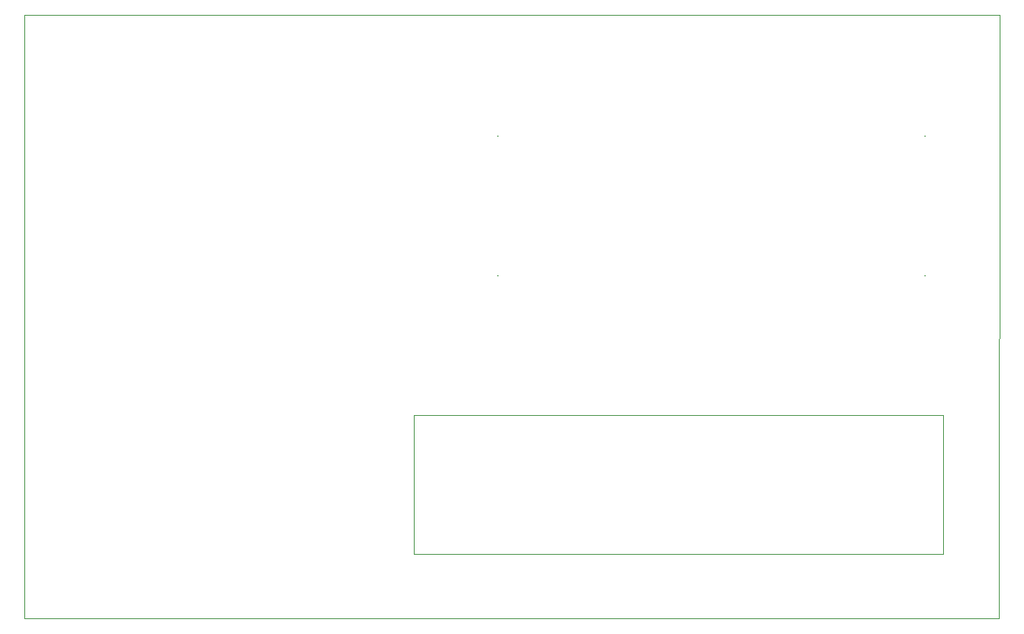
<source format=gbr>
G04 #@! TF.GenerationSoftware,KiCad,Pcbnew,(5.1.4)-1*
G04 #@! TF.CreationDate,2020-11-24T09:45:58-08:00*
G04 #@! TF.ProjectId,ufc_v4_displays_panel,7566635f-7634-45f6-9469-73706c617973,rev?*
G04 #@! TF.SameCoordinates,Original*
G04 #@! TF.FileFunction,Profile,NP*
%FSLAX46Y46*%
G04 Gerber Fmt 4.6, Leading zero omitted, Abs format (unit mm)*
G04 Created by KiCad (PCBNEW (5.1.4)-1) date 2020-11-24 09:45:58*
%MOMM*%
%LPD*%
G04 APERTURE LIST*
%ADD10C,0.050000*%
G04 APERTURE END LIST*
D10*
X90690500Y-62102000D02*
X90563500Y-62102000D01*
X136740500Y-62102000D02*
X136613500Y-62102000D01*
X136740500Y-47042000D02*
X136613500Y-47042000D01*
X90690500Y-47042000D02*
X90563500Y-47042000D01*
X81637500Y-77167000D02*
X81637500Y-92167000D01*
X138637500Y-92167000D02*
X138637500Y-77167000D01*
X138637500Y-77167000D02*
X81637500Y-77167000D01*
X81637500Y-92167000D02*
X138637500Y-92167000D01*
X90690500Y-62102000D02*
X90563500Y-62102000D01*
X136740500Y-62102000D02*
X136613500Y-62102000D01*
X136740500Y-47042000D02*
X136613500Y-47042000D01*
X90690500Y-47042000D02*
X90563500Y-47042000D01*
X39637500Y-48042000D02*
X39637500Y-91167000D01*
X136740500Y-34042000D02*
X47637500Y-34042000D01*
X144637500Y-91167000D02*
X144740500Y-47042000D01*
X47637500Y-99167000D02*
X136637500Y-99167000D01*
X39637500Y-99167000D02*
X47637500Y-99167000D01*
X39637500Y-91167000D02*
X39637500Y-99167000D01*
X144637500Y-99167000D02*
X136637500Y-99167000D01*
X144637500Y-91167000D02*
X144637500Y-99167000D01*
X144740500Y-34042000D02*
X142740500Y-34042000D01*
X144740500Y-47042000D02*
X144740500Y-34042000D01*
X136740500Y-34042000D02*
X142740500Y-34042000D01*
X39637500Y-34042000D02*
X39637500Y-47042000D01*
X47637500Y-34042000D02*
X39637500Y-34042000D01*
X39637500Y-47042000D02*
X39637500Y-48042000D01*
M02*

</source>
